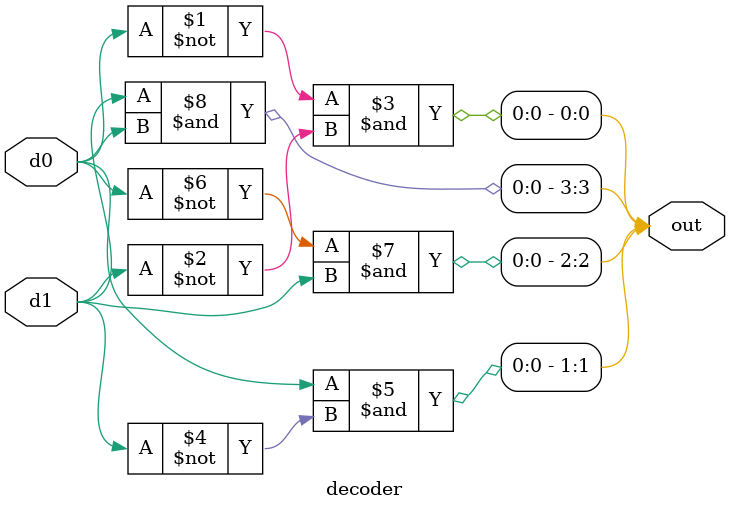
<source format=sv>
`timescale 1ns / 1ps


module decoder(
    input d0,d1,
    output [3:0] out
    );
    
    assign out[0] = (~d0 & ~ d1);
    assign out[1] = (d0 & ~d1);
    assign out[2] = (~d0 & d1);
    assign out[3] = (d1 & d0);
    
endmodule

</source>
